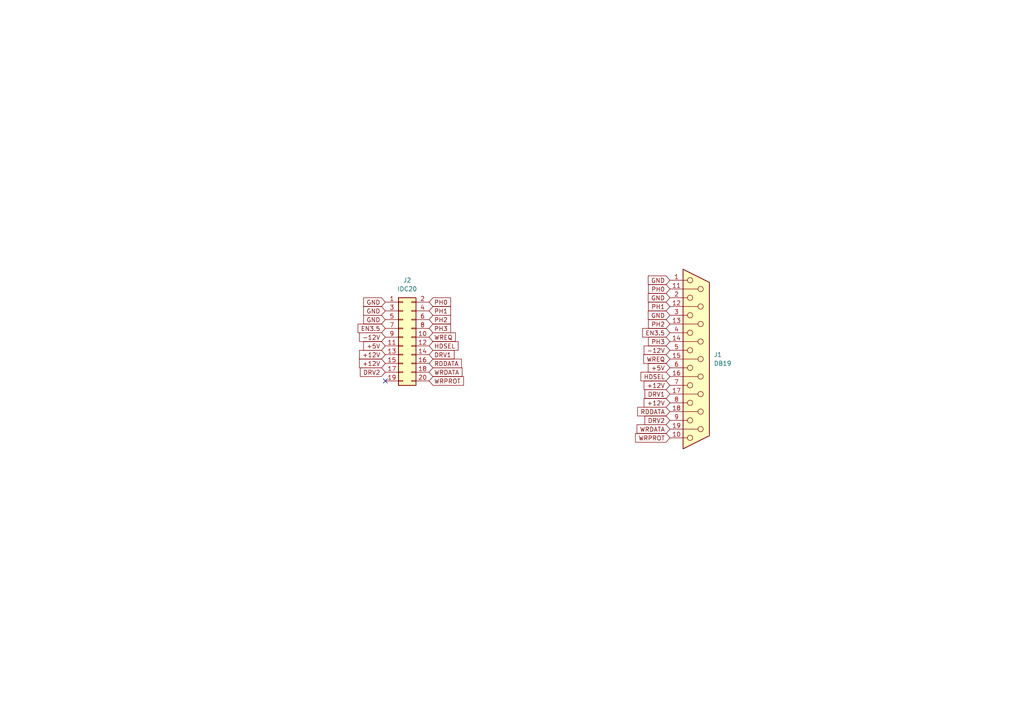
<source format=kicad_sch>
(kicad_sch (version 20230121) (generator eeschema)
  (paper "A4")
  (lib_symbols
    (symbol "Connector_Generic:Conn_02x10_Odd_Even" (pin_names (offset 1.016) hide)
      (property "Reference" "J" (at 1.27 12.7 0))
      (property "Value" "Conn_02x10_Odd_Even" (at 1.27 -15.24 0))
      (symbol "Conn_02x10_Odd_Even_1_1"
        (rectangle (start -1.27 -12.573) (end 0 -12.827) (stroke (width 0.1524)))
        (rectangle (start -1.27 -10.033) (end 0 -10.287) (stroke (width 0.1524)))
        (rectangle (start -1.27 -7.493) (end 0 -7.747) (stroke (width 0.1524)))
        (rectangle (start -1.27 -4.953) (end 0 -5.207) (stroke (width 0.1524)))
        (rectangle (start -1.27 -2.413) (end 0 -2.667) (stroke (width 0.1524)))
        (rectangle (start -1.27 0.127) (end 0 -0.127) (stroke (width 0.1524)))
        (rectangle (start -1.27 2.667) (end 0 2.413) (stroke (width 0.1524)))
        (rectangle (start -1.27 5.207) (end 0 4.953) (stroke (width 0.1524)))
        (rectangle (start -1.27 7.747) (end 0 7.493) (stroke (width 0.1524)))
        (rectangle (start -1.27 10.287) (end 0 10.033) (stroke (width 0.1524)))
        (rectangle (start -1.27 11.43) (end 3.81 -13.97) (stroke (width 0.254)) (fill (type background)))
        (rectangle (start 3.81 -12.573) (end 2.54 -12.827) (stroke (width 0.1524)))
        (rectangle (start 3.81 -10.033) (end 2.54 -10.287) (stroke (width 0.1524)))
        (rectangle (start 3.81 -7.493) (end 2.54 -7.747) (stroke (width 0.1524)))
        (rectangle (start 3.81 -4.953) (end 2.54 -5.207) (stroke (width 0.1524)))
        (rectangle (start 3.81 -2.413) (end 2.54 -2.667) (stroke (width 0.1524)))
        (rectangle (start 3.81 0.127) (end 2.54 -0.127) (stroke (width 0.1524)))
        (rectangle (start 3.81 2.667) (end 2.54 2.413) (stroke (width 0.1524)))
        (rectangle (start 3.81 5.207) (end 2.54 4.953) (stroke (width 0.1524)))
        (rectangle (start 3.81 7.747) (end 2.54 7.493) (stroke (width 0.1524)))
        (rectangle (start 3.81 10.287) (end 2.54 10.033) (stroke (width 0.1524)))
        (pin passive line (at -5.08 10.16 0) (length 3.81) (name "Pin_1") (number "1"))
        (pin passive line (at 7.62 0 180) (length 3.81) (name "Pin_10") (number "10"))
        (pin passive line (at -5.08 -2.54 0) (length 3.81) (name "Pin_11") (number "11"))
        (pin passive line (at 7.62 -2.54 180) (length 3.81) (name "Pin_12") (number "12"))
        (pin passive line (at -5.08 -5.08 0) (length 3.81) (name "Pin_13") (number "13"))
        (pin passive line (at 7.62 -5.08 180) (length 3.81) (name "Pin_14") (number "14"))
        (pin passive line (at -5.08 -7.62 0) (length 3.81) (name "Pin_15") (number "15"))
        (pin passive line (at 7.62 -7.62 180) (length 3.81) (name "Pin_16") (number "16"))
        (pin passive line (at -5.08 -10.16 0) (length 3.81) (name "Pin_17") (number "17"))
        (pin passive line (at 7.62 -10.16 180) (length 3.81) (name "Pin_18") (number "18"))
        (pin passive line (at -5.08 -12.7 0) (length 3.81) (name "Pin_19") (number "19"))
        (pin passive line (at 7.62 10.16 180) (length 3.81) (name "Pin_2") (number "2"))
        (pin passive line (at 7.62 -12.7 180) (length 3.81) (name "Pin_20") (number "20"))
        (pin passive line (at -5.08 7.62 0) (length 3.81) (name "Pin_3") (number "3"))
        (pin passive line (at 7.62 7.62 180) (length 3.81) (name "Pin_4") (number "4"))
        (pin passive line (at -5.08 5.08 0) (length 3.81) (name "Pin_5") (number "5"))
        (pin passive line (at 7.62 5.08 180) (length 3.81) (name "Pin_6") (number "6"))
        (pin passive line (at -5.08 2.54 0) (length 3.81) (name "Pin_7") (number "7"))
        (pin passive line (at 7.62 2.54 180) (length 3.81) (name "Pin_8") (number "8"))
        (pin passive line (at -5.08 0 0) (length 3.81) (name "Pin_9") (number "9"))
      )
    )
    (symbol "db19:DB19_Female" (pin_names (offset 1.016) hide)
      (property "Reference" "J" (at 0 26.67 0))
      (property "Value" "DB19_Female" (at 0 -27.94 0))
      (symbol "DB19_Female_0_1"
        (circle (center -1.778 -22.86) (radius 0.762))
        (circle (center -1.778 -17.78) (radius 0.762))
        (circle (center -1.778 -12.7) (radius 0.762))
        (circle (center -1.778 -7.62) (radius 0.762))
        (circle (center -1.778 -2.54) (radius 0.762))
        (circle (center -1.778 2.54) (radius 0.762))
        (circle (center -1.778 7.62) (radius 0.762))
        (circle (center -1.778 12.7) (radius 0.762))
        (circle (center -1.778 17.78) (radius 0.762))
        (circle (center -1.778 22.86) (radius 0.762))
        (polyline (pts (xy -3.81 -22.86) (xy -2.54 -22.86)))
        (polyline (pts (xy -3.81 -20.32) (xy 0.508 -20.32)))
        (polyline (pts (xy -3.81 -17.78) (xy -2.54 -17.78)))
        (polyline (pts (xy -3.81 -15.24) (xy 0.508 -15.24)))
        (polyline (pts (xy -3.81 -12.7) (xy -2.54 -12.7)))
        (polyline (pts (xy -3.81 -10.16) (xy 0.508 -10.16)))
        (polyline (pts (xy -3.81 -7.62) (xy -2.54 -7.62)))
        (polyline (pts (xy -3.81 -5.08) (xy 0.508 -5.08)))
        (polyline (pts (xy -3.81 -2.54) (xy -2.54 -2.54)))
        (polyline (pts (xy -3.81 0) (xy 0.508 0)))
        (polyline (pts (xy -3.81 2.54) (xy -2.54 2.54)))
        (polyline (pts (xy -3.81 5.08) (xy 0.508 5.08)))
        (polyline (pts (xy -3.81 7.62) (xy -2.54 7.62)))
        (polyline (pts (xy -3.81 10.16) (xy 0.508 10.16)))
        (polyline (pts (xy -3.81 12.7) (xy -2.54 12.7)))
        (polyline (pts (xy -3.81 15.24) (xy 0.508 15.24)))
        (polyline (pts (xy -3.81 17.78) (xy -2.54 17.78)))
        (polyline (pts (xy -3.81 20.32) (xy 0.508 20.32)))
        (polyline (pts (xy -3.81 22.86) (xy -2.54 22.86)))
        (polyline (pts (xy -3.81 26.035) (xy 3.81 22.225) (xy 3.81 -22.225) (xy -3.81 -26.035) (xy -3.81 26.035)) (stroke (width 0.254)) (fill (type background)))
        (circle (center 1.27 -20.32) (radius 0.762))
        (circle (center 1.27 -15.24) (radius 0.762))
        (circle (center 1.27 -10.16) (radius 0.762))
        (circle (center 1.27 -5.08) (radius 0.762))
        (circle (center 1.27 0) (radius 0.762))
        (circle (center 1.27 5.08) (radius 0.762))
        (circle (center 1.27 10.16) (radius 0.762))
        (circle (center 1.27 15.24) (radius 0.762))
        (circle (center 1.27 20.32) (radius 0.762))
      )
      (symbol "DB19_Female_1_1"
        (pin passive line (at -7.62 22.86 0) (length 3.81) (name "1") (number "1"))
        (pin passive line (at -7.62 -22.86 0) (length 3.81) (name "10") (number "10"))
        (pin passive line (at -7.62 20.32 0) (length 3.81) (name "P11") (number "11"))
        (pin passive line (at -7.62 15.24 0) (length 3.81) (name "P12") (number "12"))
        (pin passive line (at -7.62 10.16 0) (length 3.81) (name "P13") (number "13"))
        (pin passive line (at -7.62 5.08 0) (length 3.81) (name "P14") (number "14"))
        (pin passive line (at -7.62 0 0) (length 3.81) (name "P15") (number "15"))
        (pin passive line (at -7.62 -5.08 0) (length 3.81) (name "P16") (number "16"))
        (pin passive line (at -7.62 -10.16 0) (length 3.81) (name "P17") (number "17"))
        (pin passive line (at -7.62 -15.24 0) (length 3.81) (name "P18") (number "18"))
        (pin passive line (at -7.62 -20.32 0) (length 3.81) (name "P19") (number "19"))
        (pin passive line (at -7.62 17.78 0) (length 3.81) (name "2") (number "2"))
        (pin passive line (at -7.62 12.7 0) (length 3.81) (name "3") (number "3"))
        (pin passive line (at -7.62 7.62 0) (length 3.81) (name "4") (number "4"))
        (pin passive line (at -7.62 2.54 0) (length 3.81) (name "5") (number "5"))
        (pin passive line (at -7.62 -2.54 0) (length 3.81) (name "6") (number "6"))
        (pin passive line (at -7.62 -7.62 0) (length 3.81) (name "7") (number "7"))
        (pin passive line (at -7.62 -12.7 0) (length 3.81) (name "8") (number "8"))
        (pin passive line (at -7.62 -17.78 0) (length 3.81) (name "9") (number "9"))
      )
    )
  )
  (no_connect (at 111.76 110.49))
  (global_label "WRPROT" (shape input) (at 124.46 110.49 0) (property "Intersheetrefs" "${INTERSHEET_REFS}" (effects hide)))
  (global_label "GND" (shape input) (at 194.31 91.44 180) (property "Intersheetrefs" "${INTERSHEET_REFS}" (effects hide)))
  (global_label "PH1" (shape input) (at 194.31 88.9 180) (property "Intersheetrefs" "${INTERSHEET_REFS}" (effects hide)))
  (global_label "PH3" (shape input) (at 124.46 95.25 0) (property "Intersheetrefs" "${INTERSHEET_REFS}" (effects hide)))
  (global_label "EN3.5" (shape input) (at 111.76 95.25 180) (property "Intersheetrefs" "${INTERSHEET_REFS}" (effects hide)))
  (global_label "-12V" (shape input) (at 111.76 97.79 180) (property "Intersheetrefs" "${INTERSHEET_REFS}" (effects hide)))
  (global_label "DRV1" (shape input) (at 194.31 114.3 180) (property "Intersheetrefs" "${INTERSHEET_REFS}" (effects hide)))
  (global_label "GND" (shape input) (at 111.76 87.63 180) (property "Intersheetrefs" "${INTERSHEET_REFS}" (effects hide)))
  (global_label "GND" (shape input) (at 111.76 90.17 180) (property "Intersheetrefs" "${INTERSHEET_REFS}" (effects hide)))
  (global_label "WRDATA" (shape input) (at 124.46 107.95 0) (property "Intersheetrefs" "${INTERSHEET_REFS}" (effects hide)))
  (global_label "WRPROT" (shape input) (at 194.31 127 180) (property "Intersheetrefs" "${INTERSHEET_REFS}" (effects hide)))
  (global_label "GND" (shape input) (at 194.31 86.36 180) (property "Intersheetrefs" "${INTERSHEET_REFS}" (effects hide)))
  (global_label "+5V" (shape input) (at 111.76 100.33 180) (property "Intersheetrefs" "${INTERSHEET_REFS}" (effects hide)))
  (global_label "RDDATA" (shape input) (at 194.31 119.38 180) (property "Intersheetrefs" "${INTERSHEET_REFS}" (effects hide)))
  (global_label "+12V" (shape input) (at 194.31 116.84 180) (property "Intersheetrefs" "${INTERSHEET_REFS}" (effects hide)))
  (global_label "DRV2" (shape input) (at 194.31 121.92 180) (property "Intersheetrefs" "${INTERSHEET_REFS}" (effects hide)))
  (global_label "WREQ" (shape input) (at 194.31 104.14 180) (property "Intersheetrefs" "${INTERSHEET_REFS}" (effects hide)))
  (global_label "PH2" (shape input) (at 124.46 92.71 0) (property "Intersheetrefs" "${INTERSHEET_REFS}" (effects hide)))
  (global_label "+12V" (shape input) (at 111.76 102.87 180) (property "Intersheetrefs" "${INTERSHEET_REFS}" (effects hide)))
  (global_label "DRV2" (shape input) (at 111.76 107.95 180) (property "Intersheetrefs" "${INTERSHEET_REFS}" (effects hide)))
  (global_label "+12V" (shape input) (at 111.76 105.41 180) (property "Intersheetrefs" "${INTERSHEET_REFS}" (effects hide)))
  (global_label "DRV1" (shape input) (at 124.46 102.87 0) (property "Intersheetrefs" "${INTERSHEET_REFS}" (effects hide)))
  (global_label "EN3.5" (shape input) (at 194.31 96.52 180) (property "Intersheetrefs" "${INTERSHEET_REFS}" (effects hide)))
  (global_label "-12V" (shape input) (at 194.31 101.6 180) (property "Intersheetrefs" "${INTERSHEET_REFS}" (effects hide)))
  (global_label "GND" (shape input) (at 111.76 92.71 180) (property "Intersheetrefs" "${INTERSHEET_REFS}" (effects hide)))
  (global_label "PH0" (shape input) (at 124.46 87.63 0) (property "Intersheetrefs" "${INTERSHEET_REFS}" (effects hide)))
  (global_label "PH3" (shape input) (at 194.31 99.06 180) (property "Intersheetrefs" "${INTERSHEET_REFS}" (effects hide)))
  (global_label "WREQ" (shape input) (at 124.46 97.79 0) (property "Intersheetrefs" "${INTERSHEET_REFS}" (effects hide)))
  (global_label "PH2" (shape input) (at 194.31 93.98 180) (property "Intersheetrefs" "${INTERSHEET_REFS}" (effects hide)))
  (global_label "PH0" (shape input) (at 194.31 83.82 180) (property "Intersheetrefs" "${INTERSHEET_REFS}" (effects hide)))
  (global_label "HDSEL" (shape input) (at 124.46 100.33 0) (property "Intersheetrefs" "${INTERSHEET_REFS}" (effects hide)))
  (global_label "+5V" (shape input) (at 194.31 106.68 180) (property "Intersheetrefs" "${INTERSHEET_REFS}" (effects hide)))
  (global_label "HDSEL" (shape input) (at 194.31 109.22 180) (property "Intersheetrefs" "${INTERSHEET_REFS}" (effects hide)))
  (global_label "PH1" (shape input) (at 124.46 90.17 0) (property "Intersheetrefs" "${INTERSHEET_REFS}" (effects hide)))
  (global_label "WRDATA" (shape input) (at 194.31 124.46 180) (property "Intersheetrefs" "${INTERSHEET_REFS}" (effects hide)))
  (global_label "+12V" (shape input) (at 194.31 111.76 180) (property "Intersheetrefs" "${INTERSHEET_REFS}" (effects hide)))
  (global_label "GND" (shape input) (at 194.31 81.28 180) (property "Intersheetrefs" "${INTERSHEET_REFS}" (effects hide)))
  (global_label "RDDATA" (shape input) (at 124.46 105.41 0) (property "Intersheetrefs" "${INTERSHEET_REFS}" (effects hide)))
  (symbol (lib_id "db19:DB19_Female") (at 201.93 104.14 0) (unit 1)
    (property "Reference" "J1" (at 207.01 102.87 0) (effects (justify left)))
    (property "Value" "DB19" (at 207.01 105.41 0) (effects (justify left)))
    (property "Footprint" "DSUB-19-soldertype:DSUB-19_Male_EdgeMount_Pitch2.77mm" (effects hide))
  )
  (symbol (lib_id "Connector_Generic:Conn_02x10_Odd_Even") (at 116.84 97.79 0) (unit 1)
    (property "Reference" "J2" (at 118.11 81.28 0))
    (property "Value" "IDC20" (at 118.11 83.82 0))
    (property "Footprint" "Connector_IDC:IDC-Header_2x10_P2.54mm_Vertical" (effects hide))
    (property "LCSC" "C17463886" (effects hide))
  )
)
</source>
